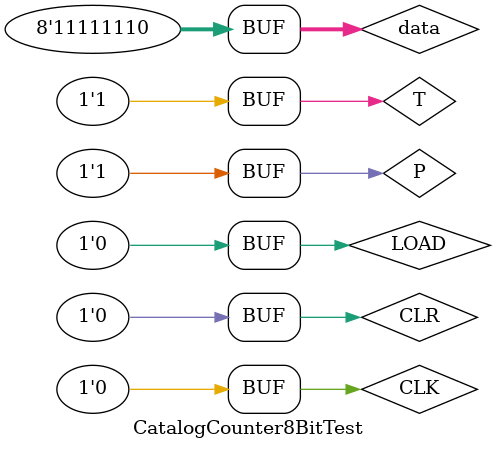
<source format=v>
`timescale 1ns / 1ps


module CatalogCounter8BitTest;

	// Inputs
	reg P;
	reg T;
	reg CLK;
	reg [7:0] data;
	reg LOAD;
	reg CLR;

	// Outputs
	wire RCO;
	wire [7:0] Qdata;

	// Instantiate the Unit Under Test (UUT)
	CatalogCounter8Bit uut (
	.P(P),
	.T(T),
		.CLK(CLK), 
		.data(data), 
		.LOAD(LOAD), 
		.CLR(CLR), 
		.RCO(RCO), 
		.Qdata(Qdata)
	);

	initial begin

	P = 1;
	T = 1;
	CLK = 0;
	data = 14;
	LOAD = 0;
	CLR = 0;
	#45
	LOAD = 1;
	CLR = 1;
	#10;
	LOAD = 0;
	CLR = 0;
	#25 LOAD = 1;
	#35 LOAD = 0;

	#10 data = 254;
	#35 LOAD = 1;
	#15 LOAD = 0;
end

always begin
	#10 CLK = 1;
	#10 CLK = 0;
end

      
endmodule


</source>
